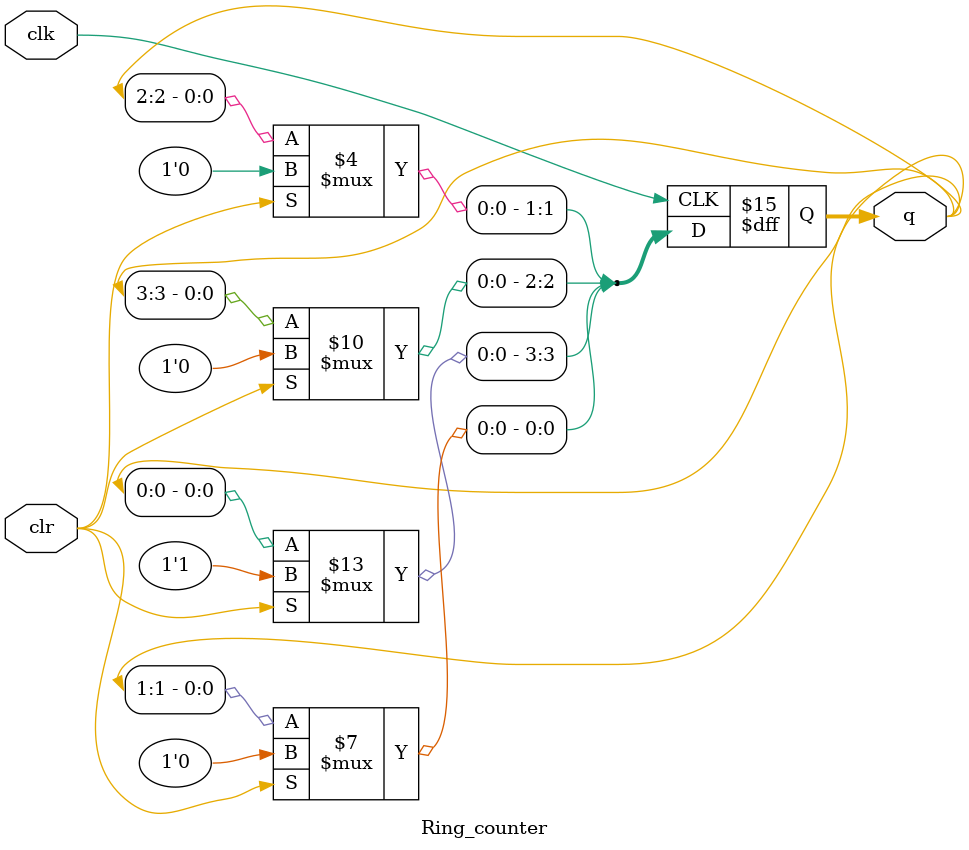
<source format=v>
`timescale 1ns / 1ps


module Ring_counter(clk, clr, q);
    input clk;
    input clr;
    output reg [3:0] q;
    
    always @(posedge clk)
    begin
    if (clr == 1'b1)
    q <= 4'b1000; //count order 0
    
    else
    begin
    q[3]<=q[0];
    q[2]<=q[3];
    q[1]<=q[2];
    q[0]<=q[1];
    end
    end
endmodule


</source>
